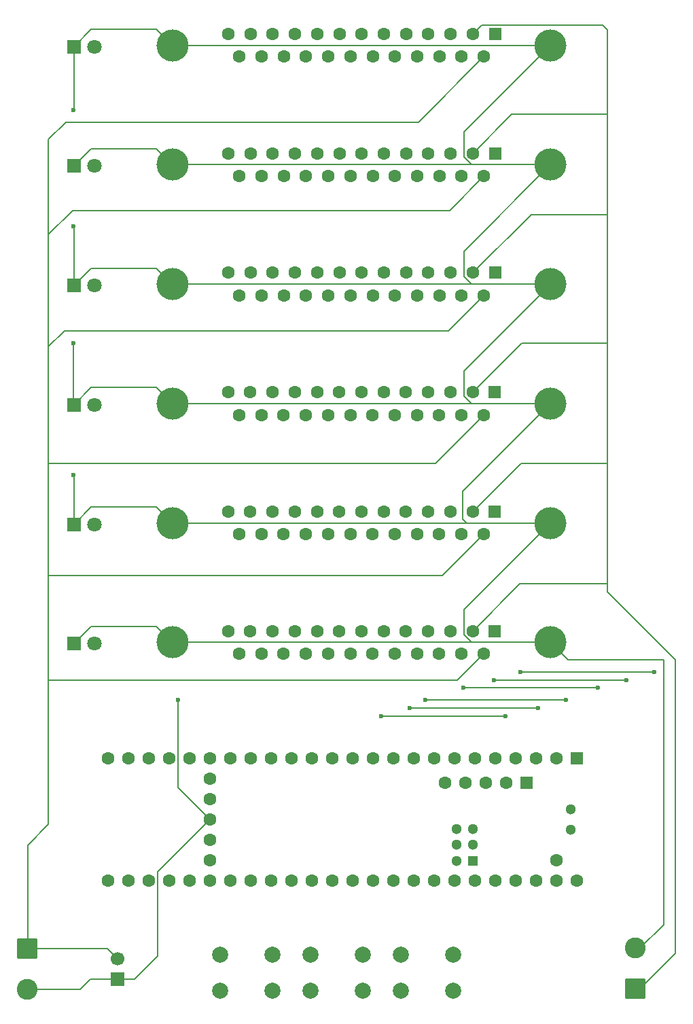
<source format=gbr>
%TF.GenerationSoftware,KiCad,Pcbnew,9.0.5*%
%TF.CreationDate,2025-11-20T14:08:09-05:00*%
%TF.ProjectId,Teensy_MotorShield,5465656e-7379-45f4-9d6f-746f72536869,rev?*%
%TF.SameCoordinates,Original*%
%TF.FileFunction,Copper,L2,Bot*%
%TF.FilePolarity,Positive*%
%FSLAX46Y46*%
G04 Gerber Fmt 4.6, Leading zero omitted, Abs format (unit mm)*
G04 Created by KiCad (PCBNEW 9.0.5) date 2025-11-20 14:08:09*
%MOMM*%
%LPD*%
G01*
G04 APERTURE LIST*
G04 Aperture macros list*
%AMRoundRect*
0 Rectangle with rounded corners*
0 $1 Rounding radius*
0 $2 $3 $4 $5 $6 $7 $8 $9 X,Y pos of 4 corners*
0 Add a 4 corners polygon primitive as box body*
4,1,4,$2,$3,$4,$5,$6,$7,$8,$9,$2,$3,0*
0 Add four circle primitives for the rounded corners*
1,1,$1+$1,$2,$3*
1,1,$1+$1,$4,$5*
1,1,$1+$1,$6,$7*
1,1,$1+$1,$8,$9*
0 Add four rect primitives between the rounded corners*
20,1,$1+$1,$2,$3,$4,$5,0*
20,1,$1+$1,$4,$5,$6,$7,0*
20,1,$1+$1,$6,$7,$8,$9,0*
20,1,$1+$1,$8,$9,$2,$3,0*%
G04 Aperture macros list end*
%TA.AperFunction,ComponentPad*%
%ADD10R,1.800000X1.800000*%
%TD*%
%TA.AperFunction,ComponentPad*%
%ADD11C,1.800000*%
%TD*%
%TA.AperFunction,ComponentPad*%
%ADD12C,2.000000*%
%TD*%
%TA.AperFunction,ComponentPad*%
%ADD13C,4.000000*%
%TD*%
%TA.AperFunction,ComponentPad*%
%ADD14R,1.600000X1.600000*%
%TD*%
%TA.AperFunction,ComponentPad*%
%ADD15C,1.600000*%
%TD*%
%TA.AperFunction,ComponentPad*%
%ADD16RoundRect,0.250000X-1.050000X1.050000X-1.050000X-1.050000X1.050000X-1.050000X1.050000X1.050000X0*%
%TD*%
%TA.AperFunction,ComponentPad*%
%ADD17C,2.600000*%
%TD*%
%TA.AperFunction,ComponentPad*%
%ADD18R,1.300000X1.300000*%
%TD*%
%TA.AperFunction,ComponentPad*%
%ADD19C,1.300000*%
%TD*%
%TA.AperFunction,ComponentPad*%
%ADD20R,1.700000X1.700000*%
%TD*%
%TA.AperFunction,ComponentPad*%
%ADD21C,1.700000*%
%TD*%
%TA.AperFunction,ComponentPad*%
%ADD22RoundRect,0.250000X1.050000X-1.050000X1.050000X1.050000X-1.050000X1.050000X-1.050000X-1.050000X0*%
%TD*%
%TA.AperFunction,ViaPad*%
%ADD23C,0.600000*%
%TD*%
%TA.AperFunction,Conductor*%
%ADD24C,0.200000*%
%TD*%
G04 APERTURE END LIST*
D10*
%TO.P,D6,1,K*%
%TO.N,Net-(Axis1-PAD)*%
X120535000Y-109988961D03*
D11*
%TO.P,D6,2,A*%
%TO.N,Net-(D6-A)*%
X123075000Y-109988961D03*
%TD*%
D10*
%TO.P,D3,1,K*%
%TO.N,Net-(Axis1-PAD)*%
X120535000Y-65344872D03*
D11*
%TO.P,D3,2,A*%
%TO.N,Net-(D3-A)*%
X123075000Y-65344872D03*
%TD*%
D12*
%TO.P,BTN2,1,1*%
%TO.N,Net-(U1-35_TX8)*%
X150000000Y-148750000D03*
X156500000Y-148750000D03*
%TO.P,BTN2,2,2*%
%TO.N,Net-(BTN1-Pad2)*%
X150000000Y-153250000D03*
X156500000Y-153250000D03*
%TD*%
D13*
%TO.P,Axis5,0,PAD*%
%TO.N,Net-(Axis1-PAD)*%
X132805000Y-94945452D03*
X179905000Y-94945452D03*
D14*
%TO.P,Axis5,1,1*%
%TO.N,unconnected-(Axis5-Pad1)*%
X172975000Y-93525452D03*
D15*
%TO.P,Axis5,2,2*%
%TO.N,Net-(J3-Pin_1)*%
X170205000Y-93525452D03*
%TO.P,Axis5,3,3*%
%TO.N,Net-(U1-4_BCLK2)*%
X167435000Y-93525452D03*
%TO.P,Axis5,4,4*%
%TO.N,Net-(U1-10_CS_MQSR)*%
X164665000Y-93525452D03*
%TO.P,Axis5,5,5*%
%TO.N,Net-(Axis1-P14)*%
X161895000Y-93525452D03*
%TO.P,Axis5,6,6*%
%TO.N,unconnected-(Axis5-Pad6)*%
X159125000Y-93525452D03*
%TO.P,Axis5,7,7*%
%TO.N,unconnected-(Axis5-Pad7)*%
X156355000Y-93525452D03*
%TO.P,Axis5,8,8*%
%TO.N,unconnected-(Axis5-Pad8)*%
X153585000Y-93525452D03*
%TO.P,Axis5,9,9*%
%TO.N,unconnected-(Axis5-Pad9)*%
X150815000Y-93525452D03*
%TO.P,Axis5,10,10*%
%TO.N,unconnected-(Axis5-Pad10)*%
X148045000Y-93525452D03*
%TO.P,Axis5,11,11*%
%TO.N,unconnected-(Axis5-Pad11)*%
X145275000Y-93525452D03*
%TO.P,Axis5,12,12*%
%TO.N,Net-(U1-32_OUT1B)*%
X142505000Y-93525452D03*
%TO.P,Axis5,13,13*%
%TO.N,unconnected-(Axis5-Pad13)*%
X139735000Y-93525452D03*
%TO.P,Axis5,14,P14*%
%TO.N,Net-(Axis1-P14)*%
X171590000Y-96365452D03*
%TO.P,Axis5,15,P15*%
%TO.N,unconnected-(Axis5-P15-Pad15)*%
X168820000Y-96365452D03*
%TO.P,Axis5,16,P16*%
%TO.N,unconnected-(Axis5-P16-Pad16)*%
X166050000Y-96365452D03*
%TO.P,Axis5,17,P17*%
%TO.N,unconnected-(Axis5-P17-Pad17)*%
X163280000Y-96365452D03*
%TO.P,Axis5,18,P18*%
%TO.N,unconnected-(Axis5-P18-Pad18)*%
X160510000Y-96365452D03*
%TO.P,Axis5,19,P19*%
%TO.N,unconnected-(Axis5-P19-Pad19)*%
X157740000Y-96365452D03*
%TO.P,Axis5,20,P20*%
%TO.N,unconnected-(Axis5-P20-Pad20)*%
X154970000Y-96365452D03*
%TO.P,Axis5,21,P21*%
%TO.N,unconnected-(Axis5-P21-Pad21)*%
X152200000Y-96365452D03*
%TO.P,Axis5,22,P22*%
%TO.N,unconnected-(Axis5-P22-Pad22)*%
X149430000Y-96365452D03*
%TO.P,Axis5,23,P23*%
%TO.N,unconnected-(Axis5-P23-Pad23)*%
X146660000Y-96365452D03*
%TO.P,Axis5,24,P24*%
%TO.N,unconnected-(Axis5-P24-Pad24)*%
X143890000Y-96365452D03*
%TO.P,Axis5,25,P25*%
%TO.N,unconnected-(Axis5-P25-Pad25)*%
X141120000Y-96365452D03*
%TD*%
D12*
%TO.P,BTN3,1,1*%
%TO.N,Net-(U1-36_CS)*%
X161250000Y-148750000D03*
X167750000Y-148750000D03*
%TO.P,BTN3,2,2*%
%TO.N,Net-(BTN1-Pad2)*%
X161250000Y-153250000D03*
X167750000Y-153250000D03*
%TD*%
D13*
%TO.P,Axis1,0,PAD*%
%TO.N,Net-(Axis1-PAD)*%
X132830000Y-35420000D03*
X179930000Y-35420000D03*
D14*
%TO.P,Axis1,1,1*%
%TO.N,unconnected-(Axis1-Pad1)*%
X173000000Y-34000000D03*
D15*
%TO.P,Axis1,2,2*%
%TO.N,Net-(J3-Pin_1)*%
X170230000Y-34000000D03*
%TO.P,Axis1,3,3*%
%TO.N,Net-(U1-0_RX1_CRX2_CS1)*%
X167460000Y-34000000D03*
%TO.P,Axis1,4,4*%
%TO.N,Net-(U1-6_OUT1D)*%
X164690000Y-34000000D03*
%TO.P,Axis1,5,5*%
%TO.N,Net-(Axis1-P14)*%
X161920000Y-34000000D03*
%TO.P,Axis1,6,6*%
%TO.N,unconnected-(Axis1-Pad6)*%
X159150000Y-34000000D03*
%TO.P,Axis1,7,7*%
%TO.N,unconnected-(Axis1-Pad7)*%
X156380000Y-34000000D03*
%TO.P,Axis1,8,8*%
%TO.N,unconnected-(Axis1-Pad8)*%
X153610000Y-34000000D03*
%TO.P,Axis1,9,9*%
%TO.N,unconnected-(Axis1-Pad9)*%
X150840000Y-34000000D03*
%TO.P,Axis1,10,10*%
%TO.N,unconnected-(Axis1-Pad10)*%
X148070000Y-34000000D03*
%TO.P,Axis1,11,11*%
%TO.N,unconnected-(Axis1-Pad11)*%
X145300000Y-34000000D03*
%TO.P,Axis1,12,12*%
%TO.N,Net-(U1-28_RX7)*%
X142530000Y-34000000D03*
%TO.P,Axis1,13,13*%
%TO.N,unconnected-(Axis1-Pad13)*%
X139760000Y-34000000D03*
%TO.P,Axis1,14,P14*%
%TO.N,Net-(Axis1-P14)*%
X171615000Y-36840000D03*
%TO.P,Axis1,15,P15*%
%TO.N,unconnected-(Axis1-P15-Pad15)*%
X168845000Y-36840000D03*
%TO.P,Axis1,16,P16*%
%TO.N,unconnected-(Axis1-P16-Pad16)*%
X166075000Y-36840000D03*
%TO.P,Axis1,17,P17*%
%TO.N,unconnected-(Axis1-P17-Pad17)*%
X163305000Y-36840000D03*
%TO.P,Axis1,18,P18*%
%TO.N,unconnected-(Axis1-P18-Pad18)*%
X160535000Y-36840000D03*
%TO.P,Axis1,19,P19*%
%TO.N,unconnected-(Axis1-P19-Pad19)*%
X157765000Y-36840000D03*
%TO.P,Axis1,20,P20*%
%TO.N,unconnected-(Axis1-P20-Pad20)*%
X154995000Y-36840000D03*
%TO.P,Axis1,21,P21*%
%TO.N,unconnected-(Axis1-P21-Pad21)*%
X152225000Y-36840000D03*
%TO.P,Axis1,22,P22*%
%TO.N,unconnected-(Axis1-P22-Pad22)*%
X149455000Y-36840000D03*
%TO.P,Axis1,23,P23*%
%TO.N,unconnected-(Axis1-P23-Pad23)*%
X146685000Y-36840000D03*
%TO.P,Axis1,24,P24*%
%TO.N,unconnected-(Axis1-P24-Pad24)*%
X143915000Y-36840000D03*
%TO.P,Axis1,25,P25*%
%TO.N,unconnected-(Axis1-P25-Pad25)*%
X141145000Y-36840000D03*
%TD*%
D12*
%TO.P,BTN1,1,1*%
%TO.N,Net-(U1-34_RX8)*%
X138750000Y-148750000D03*
X145250000Y-148750000D03*
%TO.P,BTN1,2,2*%
%TO.N,Net-(BTN1-Pad2)*%
X138750000Y-153250000D03*
X145250000Y-153250000D03*
%TD*%
D16*
%TO.P,J1,1,Pin_1*%
%TO.N,Net-(Axis1-P14)*%
X114672500Y-147955000D03*
D17*
%TO.P,J1,2,Pin_2*%
%TO.N,Net-(Axis1-PAD)*%
X114672500Y-153035000D03*
%TD*%
D14*
%TO.P,U1,1,GND*%
%TO.N,unconnected-(U1-GND-Pad1)*%
X183200000Y-124260000D03*
D15*
%TO.P,U1,2,0_RX1_CRX2_CS1*%
%TO.N,Net-(U1-0_RX1_CRX2_CS1)*%
X180660000Y-124260000D03*
%TO.P,U1,3,1_TX1_CTX2_MISO1*%
%TO.N,Net-(U1-1_TX1_CTX2_MISO1)*%
X178120000Y-124260000D03*
%TO.P,U1,4,2_OUT2*%
%TO.N,Net-(U1-2_OUT2)*%
X175580000Y-124260000D03*
%TO.P,U1,5,3_LRCLK2*%
%TO.N,Net-(U1-3_LRCLK2)*%
X173040000Y-124260000D03*
%TO.P,U1,6,4_BCLK2*%
%TO.N,Net-(U1-4_BCLK2)*%
X170500000Y-124260000D03*
%TO.P,U1,7,5_IN2*%
%TO.N,Net-(U1-5_IN2)*%
X167960000Y-124260000D03*
%TO.P,U1,8,6_OUT1D*%
%TO.N,Net-(U1-6_OUT1D)*%
X165420000Y-124260000D03*
%TO.P,U1,9,7_RX2_OUT1A*%
%TO.N,Net-(U1-7_RX2_OUT1A)*%
X162880000Y-124260000D03*
%TO.P,U1,10,8_TX2_IN1*%
%TO.N,Net-(U1-8_TX2_IN1)*%
X160340000Y-124260000D03*
%TO.P,U1,11,9_OUT1C*%
%TO.N,Net-(U1-9_OUT1C)*%
X157800000Y-124260000D03*
%TO.P,U1,12,10_CS_MQSR*%
%TO.N,Net-(U1-10_CS_MQSR)*%
X155260000Y-124260000D03*
%TO.P,U1,13,11_MOSI_CTX1*%
%TO.N,Net-(U1-11_MOSI_CTX1)*%
X152720000Y-124260000D03*
%TO.P,U1,14,12_MISO_MQSL*%
%TO.N,Net-(U1-12_MISO_MQSL)*%
X150180000Y-124260000D03*
%TO.P,U1,15,3V3*%
%TO.N,Net-(R2-Pad1)*%
X147640000Y-124260000D03*
%TO.P,U1,16,24_A10_TX6_SCL2*%
%TO.N,Net-(U1-24_A10_TX6_SCL2)*%
X145100000Y-124260000D03*
%TO.P,U1,17,25_A11_RX6_SDA2*%
%TO.N,Net-(U1-25_A11_RX6_SDA2)*%
X142560000Y-124260000D03*
%TO.P,U1,18,26_A12_MOSI1*%
%TO.N,Net-(U1-26_A12_MOSI1)*%
X140020000Y-124260000D03*
%TO.P,U1,19,27_A13_SCK1*%
%TO.N,Net-(U1-27_A13_SCK1)*%
X137480000Y-124260000D03*
%TO.P,U1,20,28_RX7*%
%TO.N,Net-(U1-28_RX7)*%
X134940000Y-124260000D03*
%TO.P,U1,21,29_TX7*%
%TO.N,Net-(U1-29_TX7)*%
X132400000Y-124260000D03*
%TO.P,U1,22,30_CRX3*%
%TO.N,Net-(U1-30_CRX3)*%
X129860000Y-124260000D03*
%TO.P,U1,23,31_CTX3*%
%TO.N,Net-(U1-31_CTX3)*%
X127320000Y-124260000D03*
%TO.P,U1,24,32_OUT1B*%
%TO.N,Net-(U1-32_OUT1B)*%
X124780000Y-124260000D03*
%TO.P,U1,25,33_MCLK2*%
%TO.N,Net-(U1-33_MCLK2)*%
X124780000Y-139500000D03*
%TO.P,U1,26,34_RX8*%
%TO.N,Net-(U1-34_RX8)*%
X127320000Y-139500000D03*
%TO.P,U1,27,35_TX8*%
%TO.N,Net-(U1-35_TX8)*%
X129860000Y-139500000D03*
%TO.P,U1,28,36_CS*%
%TO.N,Net-(U1-36_CS)*%
X132400000Y-139500000D03*
%TO.P,U1,29,37_CS*%
%TO.N,unconnected-(U1-37_CS-Pad29)*%
X134940000Y-139500000D03*
%TO.P,U1,30,38_CS1_IN1*%
%TO.N,unconnected-(U1-38_CS1_IN1-Pad30)*%
X137480000Y-139500000D03*
%TO.P,U1,31,39_MISO1_OUT1A*%
%TO.N,unconnected-(U1-39_MISO1_OUT1A-Pad31)*%
X140020000Y-139500000D03*
%TO.P,U1,32,40_A16*%
%TO.N,unconnected-(U1-40_A16-Pad32)*%
X142560000Y-139500000D03*
%TO.P,U1,33,41_A17*%
%TO.N,unconnected-(U1-41_A17-Pad33)*%
X145100000Y-139500000D03*
%TO.P,U1,34,GND*%
%TO.N,unconnected-(U1-GND-Pad34)*%
X147640000Y-139500000D03*
%TO.P,U1,35,13_SCK_LED*%
%TO.N,unconnected-(U1-13_SCK_LED-Pad35)*%
X150180000Y-139500000D03*
%TO.P,U1,36,14_A0_TX3_SPDIF_OUT*%
%TO.N,unconnected-(U1-14_A0_TX3_SPDIF_OUT-Pad36)*%
X152720000Y-139500000D03*
%TO.P,U1,37,15_A1_RX3_SPDIF_IN*%
%TO.N,unconnected-(U1-15_A1_RX3_SPDIF_IN-Pad37)*%
X155260000Y-139500000D03*
%TO.P,U1,38,16_A2_RX4_SCL1*%
%TO.N,unconnected-(U1-16_A2_RX4_SCL1-Pad38)*%
X157800000Y-139500000D03*
%TO.P,U1,39,17_A3_TX4_SDA1*%
%TO.N,unconnected-(U1-17_A3_TX4_SDA1-Pad39)*%
X160340000Y-139500000D03*
%TO.P,U1,40,18_A4_SDA*%
%TO.N,unconnected-(U1-18_A4_SDA-Pad40)*%
X162880000Y-139500000D03*
%TO.P,U1,41,19_A5_SCL*%
%TO.N,unconnected-(U1-19_A5_SCL-Pad41)*%
X165420000Y-139500000D03*
%TO.P,U1,42,20_A6_TX5_LRCLK1*%
%TO.N,unconnected-(U1-20_A6_TX5_LRCLK1-Pad42)*%
X167960000Y-139500000D03*
%TO.P,U1,43,21_A7_RX5_BCLK1*%
%TO.N,unconnected-(U1-21_A7_RX5_BCLK1-Pad43)*%
X170500000Y-139500000D03*
%TO.P,U1,44,22_A8_CTX1*%
%TO.N,unconnected-(U1-22_A8_CTX1-Pad44)*%
X173040000Y-139500000D03*
%TO.P,U1,45,23_A9_CRX1_MCLK1*%
%TO.N,unconnected-(U1-23_A9_CRX1_MCLK1-Pad45)*%
X175580000Y-139500000D03*
%TO.P,U1,46,3V3*%
%TO.N,unconnected-(U1-3V3-Pad46)*%
X178120000Y-139500000D03*
%TO.P,U1,47,GND*%
%TO.N,Net-(BTN1-Pad2)*%
X180660000Y-139500000D03*
%TO.P,U1,48,VIN*%
%TO.N,unconnected-(U1-VIN-Pad48)*%
X183200000Y-139500000D03*
%TO.P,U1,49,VUSB*%
%TO.N,unconnected-(U1-VUSB-Pad49)*%
X180660000Y-136960000D03*
%TO.P,U1,50,VBAT*%
%TO.N,unconnected-(U1-VBAT-Pad50)*%
X137480000Y-126800000D03*
%TO.P,U1,51,3V3*%
%TO.N,unconnected-(U1-3V3-Pad51)*%
X137480000Y-129340000D03*
%TO.P,U1,52,GND*%
%TO.N,Net-(Axis1-PAD)*%
X137480000Y-131880000D03*
%TO.P,U1,53,PROGRAM*%
%TO.N,unconnected-(U1-PROGRAM-Pad53)*%
X137480000Y-134420000D03*
%TO.P,U1,54,ON_OFF*%
%TO.N,unconnected-(U1-ON_OFF-Pad54)*%
X137480000Y-136960000D03*
D14*
%TO.P,U1,55,5V*%
%TO.N,unconnected-(U1-5V-Pad55)*%
X176900800Y-127310800D03*
D15*
%TO.P,U1,56,D-*%
%TO.N,unconnected-(U1-D--Pad56)*%
X174360800Y-127310800D03*
%TO.P,U1,57,D+*%
%TO.N,unconnected-(U1-D+-Pad57)*%
X171820800Y-127310800D03*
%TO.P,U1,58,GND*%
%TO.N,unconnected-(U1-GND-Pad58)*%
X169280800Y-127310800D03*
%TO.P,U1,59,GND*%
%TO.N,unconnected-(U1-GND-Pad59)*%
X166740800Y-127310800D03*
D18*
%TO.P,U1,60,R+*%
%TO.N,unconnected-(U1-R+-Pad60)*%
X170230000Y-137061600D03*
D19*
%TO.P,U1,61,LED*%
%TO.N,unconnected-(U1-LED-Pad61)*%
X170230000Y-135061600D03*
%TO.P,U1,62,T-*%
%TO.N,unconnected-(U1-T--Pad62)*%
X170230000Y-133061600D03*
%TO.P,U1,63,T+*%
%TO.N,unconnected-(U1-T+-Pad63)*%
X168230000Y-133061600D03*
%TO.P,U1,64,GND*%
%TO.N,unconnected-(U1-GND-Pad64)*%
X168230000Y-135061600D03*
%TO.P,U1,65,R-*%
%TO.N,unconnected-(U1-R--Pad65)*%
X168230000Y-137061600D03*
%TO.P,U1,66,D-*%
%TO.N,unconnected-(U1-D--Pad66)*%
X182470000Y-133150000D03*
%TO.P,U1,67,D+*%
%TO.N,unconnected-(U1-D+-Pad67)*%
X182470000Y-130610000D03*
%TD*%
D10*
%TO.P,D1,1,K*%
%TO.N,Net-(Axis1-PAD)*%
X120535000Y-35582146D03*
D11*
%TO.P,D1,2,A*%
%TO.N,Net-(D1-A)*%
X123075000Y-35582146D03*
%TD*%
D10*
%TO.P,D5,1,K*%
%TO.N,Net-(Axis1-PAD)*%
X120535000Y-95107598D03*
D11*
%TO.P,D5,2,A*%
%TO.N,Net-(D5-A)*%
X123075000Y-95107598D03*
%TD*%
D20*
%TO.P,J2,1,Pin_1*%
%TO.N,Net-(Axis1-PAD)*%
X126000000Y-151775000D03*
D21*
%TO.P,J2,2,Pin_2*%
%TO.N,Net-(Axis1-P14)*%
X126000000Y-149235000D03*
%TD*%
D10*
%TO.P,D2,1,K*%
%TO.N,Net-(Axis1-PAD)*%
X120535000Y-50463509D03*
D11*
%TO.P,D2,2,A*%
%TO.N,Net-(D2-A)*%
X123075000Y-50463509D03*
%TD*%
D13*
%TO.P,Axis2,0,PAD*%
%TO.N,Net-(Axis1-PAD)*%
X132830000Y-50301363D03*
X179930000Y-50301363D03*
D14*
%TO.P,Axis2,1,1*%
%TO.N,unconnected-(Axis2-Pad1)*%
X173000000Y-48881363D03*
D15*
%TO.P,Axis2,2,2*%
%TO.N,Net-(J3-Pin_1)*%
X170230000Y-48881363D03*
%TO.P,Axis2,3,3*%
%TO.N,Net-(U1-1_TX1_CTX2_MISO1)*%
X167460000Y-48881363D03*
%TO.P,Axis2,4,4*%
%TO.N,Net-(U1-7_RX2_OUT1A)*%
X164690000Y-48881363D03*
%TO.P,Axis2,5,5*%
%TO.N,Net-(Axis1-P14)*%
X161920000Y-48881363D03*
%TO.P,Axis2,6,6*%
%TO.N,unconnected-(Axis2-Pad6)*%
X159150000Y-48881363D03*
%TO.P,Axis2,7,7*%
%TO.N,unconnected-(Axis2-Pad7)*%
X156380000Y-48881363D03*
%TO.P,Axis2,8,8*%
%TO.N,unconnected-(Axis2-Pad8)*%
X153610000Y-48881363D03*
%TO.P,Axis2,9,9*%
%TO.N,unconnected-(Axis2-Pad9)*%
X150840000Y-48881363D03*
%TO.P,Axis2,10,10*%
%TO.N,unconnected-(Axis2-Pad10)*%
X148070000Y-48881363D03*
%TO.P,Axis2,11,11*%
%TO.N,unconnected-(Axis2-Pad11)*%
X145300000Y-48881363D03*
%TO.P,Axis2,12,12*%
%TO.N,Net-(U1-29_TX7)*%
X142530000Y-48881363D03*
%TO.P,Axis2,13,13*%
%TO.N,unconnected-(Axis2-Pad13)*%
X139760000Y-48881363D03*
%TO.P,Axis2,14,P14*%
%TO.N,Net-(Axis1-P14)*%
X171615000Y-51721363D03*
%TO.P,Axis2,15,P15*%
%TO.N,unconnected-(Axis2-P15-Pad15)*%
X168845000Y-51721363D03*
%TO.P,Axis2,16,P16*%
%TO.N,unconnected-(Axis2-P16-Pad16)*%
X166075000Y-51721363D03*
%TO.P,Axis2,17,P17*%
%TO.N,unconnected-(Axis2-P17-Pad17)*%
X163305000Y-51721363D03*
%TO.P,Axis2,18,P18*%
%TO.N,unconnected-(Axis2-P18-Pad18)*%
X160535000Y-51721363D03*
%TO.P,Axis2,19,P19*%
%TO.N,unconnected-(Axis2-P19-Pad19)*%
X157765000Y-51721363D03*
%TO.P,Axis2,20,P20*%
%TO.N,unconnected-(Axis2-P20-Pad20)*%
X154995000Y-51721363D03*
%TO.P,Axis2,21,P21*%
%TO.N,unconnected-(Axis2-P21-Pad21)*%
X152225000Y-51721363D03*
%TO.P,Axis2,22,P22*%
%TO.N,unconnected-(Axis2-P22-Pad22)*%
X149455000Y-51721363D03*
%TO.P,Axis2,23,P23*%
%TO.N,unconnected-(Axis2-P23-Pad23)*%
X146685000Y-51721363D03*
%TO.P,Axis2,24,P24*%
%TO.N,unconnected-(Axis2-P24-Pad24)*%
X143915000Y-51721363D03*
%TO.P,Axis2,25,P25*%
%TO.N,unconnected-(Axis2-P25-Pad25)*%
X141145000Y-51721363D03*
%TD*%
D10*
%TO.P,D4,1,K*%
%TO.N,Net-(Axis1-PAD)*%
X120535000Y-80226235D03*
D11*
%TO.P,D4,2,A*%
%TO.N,Net-(D4-A)*%
X123075000Y-80226235D03*
%TD*%
D22*
%TO.P,J3,1,Pin_1*%
%TO.N,Net-(J3-Pin_1)*%
X190500000Y-153000000D03*
D17*
%TO.P,J3,2,Pin_2*%
%TO.N,Net-(Axis1-PAD)*%
X190500000Y-147920000D03*
%TD*%
D13*
%TO.P,Axis6,0,PAD*%
%TO.N,Net-(Axis1-PAD)*%
X132805000Y-109826815D03*
X179905000Y-109826815D03*
D14*
%TO.P,Axis6,1,1*%
%TO.N,unconnected-(Axis6-Pad1)*%
X172975000Y-108406815D03*
D15*
%TO.P,Axis6,2,2*%
%TO.N,Net-(J3-Pin_1)*%
X170205000Y-108406815D03*
%TO.P,Axis6,3,3*%
%TO.N,Net-(U1-5_IN2)*%
X167435000Y-108406815D03*
%TO.P,Axis6,4,4*%
%TO.N,Net-(U1-11_MOSI_CTX1)*%
X164665000Y-108406815D03*
%TO.P,Axis6,5,5*%
%TO.N,Net-(Axis1-P14)*%
X161895000Y-108406815D03*
%TO.P,Axis6,6,6*%
%TO.N,unconnected-(Axis6-Pad6)*%
X159125000Y-108406815D03*
%TO.P,Axis6,7,7*%
%TO.N,unconnected-(Axis6-Pad7)*%
X156355000Y-108406815D03*
%TO.P,Axis6,8,8*%
%TO.N,unconnected-(Axis6-Pad8)*%
X153585000Y-108406815D03*
%TO.P,Axis6,9,9*%
%TO.N,unconnected-(Axis6-Pad9)*%
X150815000Y-108406815D03*
%TO.P,Axis6,10,10*%
%TO.N,unconnected-(Axis6-Pad10)*%
X148045000Y-108406815D03*
%TO.P,Axis6,11,11*%
%TO.N,unconnected-(Axis6-Pad11)*%
X145275000Y-108406815D03*
%TO.P,Axis6,12,12*%
%TO.N,Net-(U1-33_MCLK2)*%
X142505000Y-108406815D03*
%TO.P,Axis6,13,13*%
%TO.N,unconnected-(Axis6-Pad13)*%
X139735000Y-108406815D03*
%TO.P,Axis6,14,P14*%
%TO.N,Net-(Axis1-P14)*%
X171590000Y-111246815D03*
%TO.P,Axis6,15,P15*%
%TO.N,unconnected-(Axis6-P15-Pad15)*%
X168820000Y-111246815D03*
%TO.P,Axis6,16,P16*%
%TO.N,unconnected-(Axis6-P16-Pad16)*%
X166050000Y-111246815D03*
%TO.P,Axis6,17,P17*%
%TO.N,unconnected-(Axis6-P17-Pad17)*%
X163280000Y-111246815D03*
%TO.P,Axis6,18,P18*%
%TO.N,unconnected-(Axis6-P18-Pad18)*%
X160510000Y-111246815D03*
%TO.P,Axis6,19,P19*%
%TO.N,unconnected-(Axis6-P19-Pad19)*%
X157740000Y-111246815D03*
%TO.P,Axis6,20,P20*%
%TO.N,unconnected-(Axis6-P20-Pad20)*%
X154970000Y-111246815D03*
%TO.P,Axis6,21,P21*%
%TO.N,unconnected-(Axis6-P21-Pad21)*%
X152200000Y-111246815D03*
%TO.P,Axis6,22,P22*%
%TO.N,unconnected-(Axis6-P22-Pad22)*%
X149430000Y-111246815D03*
%TO.P,Axis6,23,P23*%
%TO.N,unconnected-(Axis6-P23-Pad23)*%
X146660000Y-111246815D03*
%TO.P,Axis6,24,P24*%
%TO.N,unconnected-(Axis6-P24-Pad24)*%
X143890000Y-111246815D03*
%TO.P,Axis6,25,P25*%
%TO.N,unconnected-(Axis6-P25-Pad25)*%
X141120000Y-111246815D03*
%TD*%
D13*
%TO.P,Axis3,0,PAD*%
%TO.N,Net-(Axis1-PAD)*%
X132830000Y-65182726D03*
X179930000Y-65182726D03*
D14*
%TO.P,Axis3,1,1*%
%TO.N,unconnected-(Axis3-Pad1)*%
X173000000Y-63762726D03*
D15*
%TO.P,Axis3,2,2*%
%TO.N,Net-(J3-Pin_1)*%
X170230000Y-63762726D03*
%TO.P,Axis3,3,3*%
%TO.N,Net-(U1-2_OUT2)*%
X167460000Y-63762726D03*
%TO.P,Axis3,4,4*%
%TO.N,Net-(U1-8_TX2_IN1)*%
X164690000Y-63762726D03*
%TO.P,Axis3,5,5*%
%TO.N,Net-(Axis1-P14)*%
X161920000Y-63762726D03*
%TO.P,Axis3,6,6*%
%TO.N,unconnected-(Axis3-Pad6)*%
X159150000Y-63762726D03*
%TO.P,Axis3,7,7*%
%TO.N,unconnected-(Axis3-Pad7)*%
X156380000Y-63762726D03*
%TO.P,Axis3,8,8*%
%TO.N,unconnected-(Axis3-Pad8)*%
X153610000Y-63762726D03*
%TO.P,Axis3,9,9*%
%TO.N,unconnected-(Axis3-Pad9)*%
X150840000Y-63762726D03*
%TO.P,Axis3,10,10*%
%TO.N,unconnected-(Axis3-Pad10)*%
X148070000Y-63762726D03*
%TO.P,Axis3,11,11*%
%TO.N,unconnected-(Axis3-Pad11)*%
X145300000Y-63762726D03*
%TO.P,Axis3,12,12*%
%TO.N,Net-(U1-30_CRX3)*%
X142530000Y-63762726D03*
%TO.P,Axis3,13,13*%
%TO.N,unconnected-(Axis3-Pad13)*%
X139760000Y-63762726D03*
%TO.P,Axis3,14,P14*%
%TO.N,Net-(Axis1-P14)*%
X171615000Y-66602726D03*
%TO.P,Axis3,15,P15*%
%TO.N,unconnected-(Axis3-P15-Pad15)*%
X168845000Y-66602726D03*
%TO.P,Axis3,16,P16*%
%TO.N,unconnected-(Axis3-P16-Pad16)*%
X166075000Y-66602726D03*
%TO.P,Axis3,17,P17*%
%TO.N,unconnected-(Axis3-P17-Pad17)*%
X163305000Y-66602726D03*
%TO.P,Axis3,18,P18*%
%TO.N,unconnected-(Axis3-P18-Pad18)*%
X160535000Y-66602726D03*
%TO.P,Axis3,19,P19*%
%TO.N,unconnected-(Axis3-P19-Pad19)*%
X157765000Y-66602726D03*
%TO.P,Axis3,20,P20*%
%TO.N,unconnected-(Axis3-P20-Pad20)*%
X154995000Y-66602726D03*
%TO.P,Axis3,21,P21*%
%TO.N,unconnected-(Axis3-P21-Pad21)*%
X152225000Y-66602726D03*
%TO.P,Axis3,22,P22*%
%TO.N,unconnected-(Axis3-P22-Pad22)*%
X149455000Y-66602726D03*
%TO.P,Axis3,23,P23*%
%TO.N,unconnected-(Axis3-P23-Pad23)*%
X146685000Y-66602726D03*
%TO.P,Axis3,24,P24*%
%TO.N,unconnected-(Axis3-P24-Pad24)*%
X143915000Y-66602726D03*
%TO.P,Axis3,25,P25*%
%TO.N,unconnected-(Axis3-P25-Pad25)*%
X141145000Y-66602726D03*
%TD*%
D13*
%TO.P,Axis4,0,PAD*%
%TO.N,Net-(Axis1-PAD)*%
X132805000Y-80064089D03*
X179905000Y-80064089D03*
D14*
%TO.P,Axis4,1,1*%
%TO.N,unconnected-(Axis4-Pad1)*%
X172975000Y-78644089D03*
D15*
%TO.P,Axis4,2,2*%
%TO.N,Net-(J3-Pin_1)*%
X170205000Y-78644089D03*
%TO.P,Axis4,3,3*%
%TO.N,Net-(U1-3_LRCLK2)*%
X167435000Y-78644089D03*
%TO.P,Axis4,4,4*%
%TO.N,Net-(U1-9_OUT1C)*%
X164665000Y-78644089D03*
%TO.P,Axis4,5,5*%
%TO.N,Net-(Axis1-P14)*%
X161895000Y-78644089D03*
%TO.P,Axis4,6,6*%
%TO.N,unconnected-(Axis4-Pad6)*%
X159125000Y-78644089D03*
%TO.P,Axis4,7,7*%
%TO.N,unconnected-(Axis4-Pad7)*%
X156355000Y-78644089D03*
%TO.P,Axis4,8,8*%
%TO.N,unconnected-(Axis4-Pad8)*%
X153585000Y-78644089D03*
%TO.P,Axis4,9,9*%
%TO.N,unconnected-(Axis4-Pad9)*%
X150815000Y-78644089D03*
%TO.P,Axis4,10,10*%
%TO.N,unconnected-(Axis4-Pad10)*%
X148045000Y-78644089D03*
%TO.P,Axis4,11,11*%
%TO.N,unconnected-(Axis4-Pad11)*%
X145275000Y-78644089D03*
%TO.P,Axis4,12,12*%
%TO.N,Net-(U1-31_CTX3)*%
X142505000Y-78644089D03*
%TO.P,Axis4,13,13*%
%TO.N,unconnected-(Axis4-Pad13)*%
X139735000Y-78644089D03*
%TO.P,Axis4,14,P14*%
%TO.N,Net-(Axis1-P14)*%
X171590000Y-81484089D03*
%TO.P,Axis4,15,P15*%
%TO.N,unconnected-(Axis4-P15-Pad15)*%
X168820000Y-81484089D03*
%TO.P,Axis4,16,P16*%
%TO.N,unconnected-(Axis4-P16-Pad16)*%
X166050000Y-81484089D03*
%TO.P,Axis4,17,P17*%
%TO.N,unconnected-(Axis4-P17-Pad17)*%
X163280000Y-81484089D03*
%TO.P,Axis4,18,P18*%
%TO.N,unconnected-(Axis4-P18-Pad18)*%
X160510000Y-81484089D03*
%TO.P,Axis4,19,P19*%
%TO.N,unconnected-(Axis4-P19-Pad19)*%
X157740000Y-81484089D03*
%TO.P,Axis4,20,P20*%
%TO.N,unconnected-(Axis4-P20-Pad20)*%
X154970000Y-81484089D03*
%TO.P,Axis4,21,P21*%
%TO.N,unconnected-(Axis4-P21-Pad21)*%
X152200000Y-81484089D03*
%TO.P,Axis4,22,P22*%
%TO.N,unconnected-(Axis4-P22-Pad22)*%
X149430000Y-81484089D03*
%TO.P,Axis4,23,P23*%
%TO.N,unconnected-(Axis4-P23-Pad23)*%
X146660000Y-81484089D03*
%TO.P,Axis4,24,P24*%
%TO.N,unconnected-(Axis4-P24-Pad24)*%
X143890000Y-81484089D03*
%TO.P,Axis4,25,P25*%
%TO.N,unconnected-(Axis4-P25-Pad25)*%
X141120000Y-81484089D03*
%TD*%
D23*
%TO.N,Net-(U1-6_OUT1D)*%
X192840000Y-113500000D03*
X176180000Y-113500000D03*
%TO.N,Net-(U1-7_RX2_OUT1A)*%
X172840000Y-114495735D03*
X189340000Y-114500000D03*
%TO.N,Net-(U1-8_TX2_IN1)*%
X185840000Y-115500000D03*
X169100000Y-115500000D03*
%TO.N,Net-(U1-9_OUT1C)*%
X181840000Y-117000000D03*
X164340000Y-117000000D03*
%TO.N,Net-(U1-10_CS_MQSR)*%
X162340000Y-118000000D03*
X178340000Y-118000000D03*
%TO.N,Net-(U1-11_MOSI_CTX1)*%
X158840000Y-119000000D03*
X174340000Y-119000000D03*
%TO.N,Net-(Axis1-PAD)*%
X133500000Y-117000000D03*
X120500000Y-89000000D03*
X120500000Y-43500000D03*
X120500000Y-72500000D03*
X120500000Y-58000000D03*
%TD*%
D24*
%TO.N,Net-(Axis1-P14)*%
X117340000Y-101500000D02*
X166455452Y-101500000D01*
X117340000Y-101500000D02*
X117340000Y-87500000D01*
X171615000Y-36840000D02*
X163455000Y-45000000D01*
X117340000Y-87500000D02*
X117340000Y-73000000D01*
X120340000Y-56000000D02*
X117340000Y-59000000D01*
X117340000Y-47160000D02*
X117340000Y-59000000D01*
X114760000Y-135080000D02*
X117340000Y-132500000D01*
X119500000Y-45000000D02*
X117340000Y-47160000D01*
X124720000Y-147955000D02*
X114672500Y-147955000D01*
X163455000Y-45000000D02*
X119500000Y-45000000D01*
X117340000Y-73000000D02*
X117340000Y-59000000D01*
X117340000Y-132500000D02*
X117340000Y-114500000D01*
X171590000Y-81484089D02*
X165574089Y-87500000D01*
X117340000Y-114500000D02*
X168336815Y-114500000D01*
X171590000Y-111246815D02*
X168336815Y-114500000D01*
X117340000Y-114500000D02*
X117340000Y-101500000D01*
X171590000Y-96365452D02*
X166455452Y-101500000D01*
X114760000Y-147867500D02*
X114760000Y-135080000D01*
X117340000Y-87500000D02*
X165574089Y-87500000D01*
X167336363Y-56000000D02*
X120340000Y-56000000D01*
X126000000Y-149235000D02*
X124720000Y-147955000D01*
X171615000Y-51721363D02*
X167336363Y-56000000D01*
X119340000Y-71000000D02*
X117340000Y-73000000D01*
X167217726Y-71000000D02*
X119340000Y-71000000D01*
X171615000Y-66602726D02*
X167217726Y-71000000D01*
%TO.N,Net-(J3-Pin_1)*%
X187000000Y-87500000D02*
X187000000Y-72500000D01*
X170205000Y-93525452D02*
X176230452Y-87500000D01*
X186399000Y-32899000D02*
X171331000Y-32899000D01*
X195500000Y-112000000D02*
X187000000Y-103500000D01*
X191080000Y-153000000D02*
X195500000Y-148580000D01*
X176230452Y-87500000D02*
X187000000Y-87500000D01*
X187000000Y-44000000D02*
X187000000Y-33500000D01*
X187000000Y-56500000D02*
X187000000Y-44000000D01*
X176111815Y-102500000D02*
X187000000Y-102500000D01*
X176349089Y-72500000D02*
X187000000Y-72500000D01*
X171331000Y-32899000D02*
X170230000Y-34000000D01*
X195500000Y-148580000D02*
X195500000Y-112000000D01*
X175111363Y-44000000D02*
X187000000Y-44000000D01*
X187000000Y-102500000D02*
X187000000Y-103500000D01*
X187000000Y-72500000D02*
X187000000Y-56500000D01*
X187000000Y-33500000D02*
X186399000Y-32899000D01*
X170230000Y-48881363D02*
X175111363Y-44000000D01*
X170205000Y-78644089D02*
X176349089Y-72500000D01*
X170230000Y-63762726D02*
X177492726Y-56500000D01*
X190500000Y-153000000D02*
X191080000Y-153000000D01*
X177492726Y-56500000D02*
X187000000Y-56500000D01*
X170205000Y-108406815D02*
X176111815Y-102500000D01*
X187000000Y-103500000D02*
X187000000Y-87500000D01*
%TO.N,Net-(U1-6_OUT1D)*%
X176180000Y-113500000D02*
X192840000Y-113500000D01*
%TO.N,Net-(U1-7_RX2_OUT1A)*%
X174835735Y-114495735D02*
X174840000Y-114500000D01*
X172840000Y-114495735D02*
X174835735Y-114495735D01*
X174840000Y-114500000D02*
X189340000Y-114500000D01*
%TO.N,Net-(U1-8_TX2_IN1)*%
X169100000Y-115500000D02*
X185840000Y-115500000D01*
%TO.N,Net-(U1-9_OUT1C)*%
X164340000Y-117000000D02*
X181840000Y-117000000D01*
%TO.N,Net-(U1-10_CS_MQSR)*%
X178340000Y-118000000D02*
X162340000Y-118000000D01*
%TO.N,Net-(U1-11_MOSI_CTX1)*%
X174340000Y-119000000D02*
X158840000Y-119000000D01*
%TO.N,Net-(Axis1-PAD)*%
X179905000Y-109826815D02*
X170067950Y-109826815D01*
X128065000Y-151775000D02*
X126000000Y-151775000D01*
X122697146Y-33420000D02*
X120535000Y-35582146D01*
X120535000Y-43465000D02*
X120535000Y-35582146D01*
X133500000Y-117000000D02*
X133500000Y-127900000D01*
X122697146Y-63182726D02*
X120535000Y-65344872D01*
X120535000Y-58035000D02*
X120500000Y-58000000D01*
X169104000Y-105746452D02*
X179905000Y-94945452D01*
X132830000Y-65182726D02*
X170092950Y-65182726D01*
X132805000Y-109826815D02*
X130805000Y-107826815D01*
X169129000Y-49337413D02*
X169129000Y-46221000D01*
X194000000Y-145000000D02*
X194000000Y-112000000D01*
X132805000Y-109826815D02*
X170067950Y-109826815D01*
X132830000Y-35420000D02*
X179930000Y-35420000D01*
X132830000Y-35420000D02*
X130830000Y-33420000D01*
X121305000Y-153035000D02*
X114672500Y-153035000D01*
X120500000Y-80191235D02*
X120500000Y-72500000D01*
X170067950Y-109826815D02*
X169104000Y-108862865D01*
X130961000Y-148879000D02*
X128065000Y-151775000D01*
X130830000Y-48301363D02*
X122697146Y-48301363D01*
X132830000Y-65182726D02*
X130830000Y-63182726D01*
X169000000Y-94500000D02*
X169000000Y-90969089D01*
X169129000Y-61102363D02*
X179930000Y-50301363D01*
X179930000Y-50301363D02*
X170092950Y-50301363D01*
X120535000Y-89035000D02*
X120500000Y-89000000D01*
X122697146Y-48301363D02*
X120535000Y-50463509D01*
X122697146Y-107826815D02*
X120535000Y-109988961D01*
X169104000Y-76008726D02*
X179529000Y-65583726D01*
X130830000Y-63182726D02*
X122697146Y-63182726D01*
X179905000Y-80064089D02*
X170067950Y-80064089D01*
X133500000Y-127900000D02*
X137480000Y-131880000D01*
X122697146Y-92945452D02*
X120535000Y-95107598D01*
X122565000Y-151775000D02*
X121305000Y-153035000D01*
X132830000Y-50301363D02*
X130830000Y-48301363D01*
X130805000Y-92945452D02*
X122697146Y-92945452D01*
X132830000Y-50301363D02*
X170092950Y-50301363D01*
X194000000Y-112000000D02*
X182078185Y-112000000D01*
X169129000Y-64218776D02*
X169129000Y-61102363D01*
X130961000Y-138399000D02*
X130961000Y-148879000D01*
X170092950Y-65182726D02*
X169129000Y-64218776D01*
X169000000Y-90969089D02*
X179504000Y-80465089D01*
X169129000Y-46221000D02*
X179930000Y-35420000D01*
X169104000Y-79100139D02*
X169104000Y-76008726D01*
X132805000Y-80064089D02*
X170067950Y-80064089D01*
X120500000Y-43500000D02*
X120535000Y-43465000D01*
X190500000Y-147920000D02*
X191080000Y-147920000D01*
X169104000Y-108862865D02*
X169104000Y-105746452D01*
X130830000Y-33420000D02*
X122697146Y-33420000D01*
X182078185Y-112000000D02*
X179905000Y-109826815D01*
X126000000Y-151775000D02*
X122565000Y-151775000D01*
X191080000Y-147920000D02*
X194000000Y-145000000D01*
X120535000Y-95107598D02*
X120535000Y-89035000D01*
X130805000Y-107826815D02*
X122697146Y-107826815D01*
X120535000Y-65344872D02*
X120535000Y-58035000D01*
X132805000Y-80064089D02*
X130805000Y-78064089D01*
X169445452Y-94945452D02*
X169000000Y-94500000D01*
X137480000Y-131880000D02*
X130961000Y-138399000D01*
X179905000Y-94945452D02*
X169445452Y-94945452D01*
X130805000Y-78064089D02*
X122697146Y-78064089D01*
X132805000Y-94945452D02*
X169445452Y-94945452D01*
X122697146Y-78064089D02*
X120535000Y-80226235D01*
X170067950Y-80064089D02*
X169104000Y-79100139D01*
X179930000Y-65182726D02*
X170092950Y-65182726D01*
X170092950Y-50301363D02*
X169129000Y-49337413D01*
X132805000Y-94945452D02*
X130805000Y-92945452D01*
%TD*%
M02*

</source>
